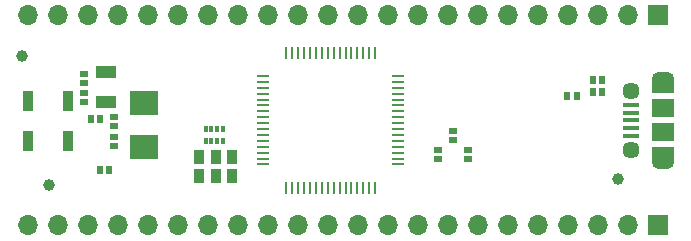
<source format=gbr>
G04 #@! TF.GenerationSoftware,KiCad,Pcbnew,5.0.2-bee76a0~70~ubuntu18.04.1*
G04 #@! TF.CreationDate,2019-01-15T20:31:34+13:00*
G04 #@! TF.ProjectId,pynano-1,70796e61-6e6f-42d3-912e-6b696361645f,rev?*
G04 #@! TF.SameCoordinates,Original*
G04 #@! TF.FileFunction,Soldermask,Top*
G04 #@! TF.FilePolarity,Negative*
%FSLAX46Y46*%
G04 Gerber Fmt 4.6, Leading zero omitted, Abs format (unit mm)*
G04 Created by KiCad (PCBNEW 5.0.2-bee76a0~70~ubuntu18.04.1) date Tue 15 Jan 2019 08:31:34 PM NZDT*
%MOMM*%
%LPD*%
G01*
G04 APERTURE LIST*
%ADD10C,1.000000*%
%ADD11R,1.700000X1.700000*%
%ADD12O,1.700000X1.700000*%
%ADD13R,0.650000X0.575000*%
%ADD14R,0.575000X0.650000*%
%ADD15R,1.900000X1.500000*%
%ADD16C,1.450000*%
%ADD17R,1.350000X0.400000*%
%ADD18O,1.900000X1.200000*%
%ADD19R,1.900000X1.200000*%
%ADD20R,0.900000X1.700000*%
%ADD21R,1.000000X0.250000*%
%ADD22R,0.250000X1.000000*%
%ADD23R,2.400000X2.000000*%
%ADD24R,1.800000X1.000000*%
%ADD25R,0.870000X1.220000*%
%ADD26R,0.400000X0.500000*%
%ADD27R,0.300000X0.500000*%
G04 APERTURE END LIST*
D10*
G04 #@! TO.C,REF\002A\002A*
X138938000Y-66421000D03*
G04 #@! TD*
G04 #@! TO.C,REF\002A\002A*
X187071000Y-65913000D03*
G04 #@! TD*
D11*
G04 #@! TO.C,J1*
X190500000Y-52070000D03*
D12*
X187960000Y-52070000D03*
X185420000Y-52070000D03*
X182880000Y-52070000D03*
X180340000Y-52070000D03*
X177800000Y-52070000D03*
X175260000Y-52070000D03*
X172720000Y-52070000D03*
X170180000Y-52070000D03*
X167640000Y-52070000D03*
X165100000Y-52070000D03*
X162560000Y-52070000D03*
X160020000Y-52070000D03*
X157480000Y-52070000D03*
X154940000Y-52070000D03*
X152400000Y-52070000D03*
X149860000Y-52070000D03*
X147320000Y-52070000D03*
X144780000Y-52070000D03*
X142240000Y-52070000D03*
X139700000Y-52070000D03*
X137160000Y-52070000D03*
G04 #@! TD*
G04 #@! TO.C,J3*
X137160000Y-69850000D03*
X139700000Y-69850000D03*
X142240000Y-69850000D03*
X144780000Y-69850000D03*
X147320000Y-69850000D03*
X149860000Y-69850000D03*
X152400000Y-69850000D03*
X154940000Y-69850000D03*
X157480000Y-69850000D03*
X160020000Y-69850000D03*
X162560000Y-69850000D03*
X165100000Y-69850000D03*
X167640000Y-69850000D03*
X170180000Y-69850000D03*
X172720000Y-69850000D03*
X175260000Y-69850000D03*
X177800000Y-69850000D03*
X180340000Y-69850000D03*
X182880000Y-69850000D03*
X185420000Y-69850000D03*
X187960000Y-69850000D03*
D11*
X190500000Y-69850000D03*
G04 #@! TD*
D13*
G04 #@! TO.C,C4*
X144399000Y-60699500D03*
X144399000Y-61474500D03*
G04 #@! TD*
G04 #@! TO.C,C5*
X141859000Y-57016500D03*
X141859000Y-57791500D03*
G04 #@! TD*
G04 #@! TO.C,C7*
X144399000Y-62350500D03*
X144399000Y-63125500D03*
G04 #@! TD*
G04 #@! TO.C,C8*
X141859000Y-58667500D03*
X141859000Y-59442500D03*
G04 #@! TD*
D14*
G04 #@! TO.C,C10*
X143262500Y-60833000D03*
X142487500Y-60833000D03*
G04 #@! TD*
D15*
G04 #@! TO.C,J2*
X190924700Y-59960000D03*
D16*
X188224700Y-63460000D03*
D17*
X188224700Y-61610000D03*
X188224700Y-62260000D03*
X188224700Y-59660000D03*
X188224700Y-60310000D03*
X188224700Y-60960000D03*
D16*
X188224700Y-58460000D03*
D15*
X190924700Y-61960000D03*
D18*
X190924700Y-64460000D03*
X190924700Y-57460000D03*
D19*
X190924700Y-58060000D03*
X190924700Y-63860000D03*
G04 #@! TD*
D14*
G04 #@! TO.C,R4*
X185756700Y-58572400D03*
X184981700Y-58572400D03*
G04 #@! TD*
G04 #@! TO.C,R5*
X184981700Y-57531000D03*
X185756700Y-57531000D03*
G04 #@! TD*
G04 #@! TO.C,R6*
X182797300Y-58877200D03*
X183572300Y-58877200D03*
G04 #@! TD*
D20*
G04 #@! TO.C,SW1*
X137111000Y-59309000D03*
X140511000Y-59309000D03*
G04 #@! TD*
G04 #@! TO.C,SW2*
X140511000Y-62738000D03*
X137111000Y-62738000D03*
G04 #@! TD*
D21*
G04 #@! TO.C,U2*
X157063200Y-57210000D03*
X157063200Y-57710000D03*
X157063200Y-58210000D03*
X157063200Y-58710000D03*
X157063200Y-59210000D03*
X157063200Y-59710000D03*
X157063200Y-60210000D03*
X157063200Y-60710000D03*
X157063200Y-61210000D03*
X157063200Y-61710000D03*
X157063200Y-62210000D03*
X157063200Y-62710000D03*
X157063200Y-63210000D03*
X157063200Y-63710000D03*
X157063200Y-64210000D03*
X157063200Y-64710000D03*
D22*
X159013200Y-66660000D03*
X159513200Y-66660000D03*
X160013200Y-66660000D03*
X160513200Y-66660000D03*
X161013200Y-66660000D03*
X161513200Y-66660000D03*
X162013200Y-66660000D03*
X162513200Y-66660000D03*
X163013200Y-66660000D03*
X163513200Y-66660000D03*
X164013200Y-66660000D03*
X164513200Y-66660000D03*
X165013200Y-66660000D03*
X165513200Y-66660000D03*
X166013200Y-66660000D03*
X166513200Y-66660000D03*
D21*
X168463200Y-64710000D03*
X168463200Y-64210000D03*
X168463200Y-63710000D03*
X168463200Y-63210000D03*
X168463200Y-62710000D03*
X168463200Y-62210000D03*
X168463200Y-61710000D03*
X168463200Y-61210000D03*
X168463200Y-60710000D03*
X168463200Y-60210000D03*
X168463200Y-59710000D03*
X168463200Y-59210000D03*
X168463200Y-58710000D03*
X168463200Y-58210000D03*
X168463200Y-57710000D03*
X168463200Y-57210000D03*
D22*
X166513200Y-55260000D03*
X166013200Y-55260000D03*
X165513200Y-55260000D03*
X165013200Y-55260000D03*
X164513200Y-55260000D03*
X164013200Y-55260000D03*
X163513200Y-55260000D03*
X163013200Y-55260000D03*
X162513200Y-55260000D03*
X162013200Y-55260000D03*
X161513200Y-55260000D03*
X161013200Y-55260000D03*
X160513200Y-55260000D03*
X160013200Y-55260000D03*
X159513200Y-55260000D03*
X159013200Y-55260000D03*
G04 #@! TD*
D23*
G04 #@! TO.C,Y1*
X146939000Y-59491000D03*
X146939000Y-63191000D03*
G04 #@! TD*
D24*
G04 #@! TO.C,Y2*
X143764000Y-56916000D03*
X143764000Y-59416000D03*
G04 #@! TD*
D25*
G04 #@! TO.C,D2*
X153035000Y-64097000D03*
X153035000Y-65697000D03*
G04 #@! TD*
G04 #@! TO.C,D3*
X151638000Y-65697000D03*
X151638000Y-64097000D03*
G04 #@! TD*
G04 #@! TO.C,D4*
X154432000Y-65697000D03*
X154432000Y-64097000D03*
G04 #@! TD*
D26*
G04 #@! TO.C,RN1*
X152158000Y-62730000D03*
D27*
X153158000Y-62730000D03*
X152658000Y-62730000D03*
D26*
X153658000Y-62730000D03*
D27*
X152658000Y-61730000D03*
D26*
X152158000Y-61730000D03*
D27*
X153158000Y-61730000D03*
D26*
X153658000Y-61730000D03*
G04 #@! TD*
D13*
G04 #@! TO.C,R7*
X174371000Y-63493500D03*
X174371000Y-64268500D03*
G04 #@! TD*
G04 #@! TO.C,R8*
X173101000Y-61842500D03*
X173101000Y-62617500D03*
G04 #@! TD*
G04 #@! TO.C,R9*
X171831000Y-63493500D03*
X171831000Y-64268500D03*
G04 #@! TD*
D10*
G04 #@! TO.C,REF\002A\002A*
X136652000Y-55499000D03*
G04 #@! TD*
D14*
G04 #@! TO.C,R11*
X143198700Y-65151000D03*
X143973700Y-65151000D03*
G04 #@! TD*
M02*

</source>
